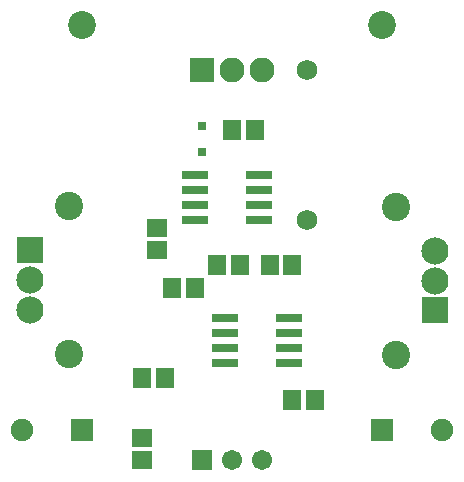
<source format=gbr>
G04 DipTrace 3.0.0.2*
G04 TopMask.gbr*
%MOIN*%
G04 #@! TF.FileFunction,Soldermask,Top*
G04 #@! TF.Part,Single*
%ADD34C,0.093*%
%ADD35C,0.094488*%
%ADD44C,0.090677*%
%ADD46R,0.090677X0.090677*%
%ADD48R,0.08674X0.031622*%
%ADD50C,0.068*%
%ADD52C,0.068*%
%ADD54R,0.067055X0.059181*%
%ADD56C,0.082803*%
%ADD58R,0.082803X0.082803*%
%ADD60C,0.074929*%
%ADD62R,0.074929X0.074929*%
%ADD64C,0.067055*%
%ADD66R,0.067055X0.067055*%
%ADD68R,0.031622X0.031622*%
%ADD70R,0.059181X0.067055*%
%FSLAX26Y26*%
G04*
G70*
G90*
G75*
G01*
G04 TopMask*
%LPD*%
D68*
X1144000Y1497346D3*
Y1583961D3*
D34*
X1744000Y1919000D3*
X744000D3*
D66*
X1144000Y469000D3*
D64*
X1244000D3*
X1344000D3*
D62*
X1744000Y569000D3*
D60*
X1944000D3*
D62*
X744000D3*
D60*
X544000D3*
D58*
X1144000Y1769000D3*
D56*
X1244000D3*
X1344000D3*
D54*
X944000Y469000D3*
Y543803D3*
D70*
X1119000Y1044000D3*
X1044197D3*
X1444000Y669000D3*
X1518803D3*
X1269000Y1119000D3*
X1194197D3*
D52*
X1494000Y1769000D3*
D50*
Y1269000D3*
D70*
X1369000Y1119000D3*
X1443803D3*
X944197Y744000D3*
X1019000D3*
D54*
X994000Y1169000D3*
Y1243803D3*
D70*
X1319000Y1569000D3*
X1244197D3*
D48*
X1119000Y1419000D3*
Y1369000D3*
Y1319000D3*
Y1269000D3*
X1331598D3*
Y1319000D3*
Y1369000D3*
Y1419000D3*
X1219000Y944000D3*
Y894000D3*
Y844000D3*
Y794000D3*
X1431598D3*
Y844000D3*
Y894000D3*
Y944000D3*
D46*
X1919000Y969000D3*
D44*
Y1165850D3*
Y1067425D3*
D35*
X1789079Y1315457D3*
Y819394D3*
D46*
X569000Y1169000D3*
D44*
Y972150D3*
Y1070575D3*
D35*
X698921Y822543D3*
Y1318606D3*
M02*

</source>
